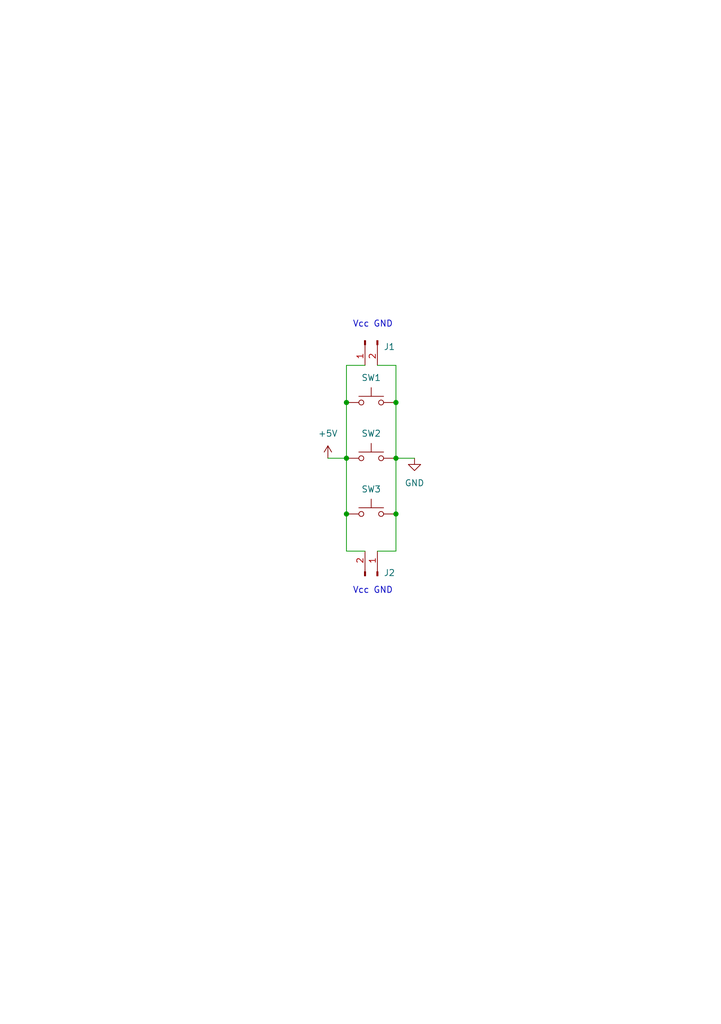
<source format=kicad_sch>
(kicad_sch (version 20211123) (generator eeschema)
  (paper "A5" portrait)
  (title_block (title "Contact sensor") (date "2022-03-08") (rev "0.1.1") (comment 1 "https://github.com/atlas144/mals") (comment 2 "SPDX-License-Identifier: CERN-OHL-S-2.0") (comment 3 "Author: Jakub Švarc (jakubsvarc@protonmail.com)"))
  (lib_symbols
    (symbol "Connector:Conn_01x02_Male" (pin_names (offset 1.016) hide)
      (property "Reference" "J" (at 0 2.54 0))
      (property "Value" "Conn_01x02_Male" (at 0 -5.08 0))
      (symbol "Conn_01x02_Male_1_1"
        (polyline (pts (xy 1.27 -2.54) (xy 0.8636 -2.54)) (stroke (width 0.1524)))
        (polyline (pts (xy 1.27 0) (xy 0.8636 0)) (stroke (width 0.1524)))
        (rectangle (start 0.8636 -2.413) (end 0 -2.667) (stroke (width 0.1524)) (fill (type outline)))
        (rectangle (start 0.8636 0.127) (end 0 -0.127) (stroke (width 0.1524)) (fill (type outline)))
        (pin passive line (at 5.08 0 180) (length 3.81) (name "Pin_1") (number "1"))
        (pin passive line (at 5.08 -2.54 180) (length 3.81) (name "Pin_2") (number "2"))
      )
    )
    (symbol "Switch:SW_Push" (pin_numbers hide) (pin_names (offset 1.016) hide)
      (property "Reference" "SW" (at 1.27 2.54 0))
      (property "Value" "SW_Push" (at 0 -1.524 0))
      (symbol "SW_Push_0_1"
        (circle (center -2.032 0) (radius 0.508))
        (polyline (pts (xy 0 1.27) (xy 0 3.048)))
        (polyline (pts (xy 2.54 1.27) (xy -2.54 1.27)))
        (circle (center 2.032 0) (radius 0.508))
        (pin passive line (at -5.08 0 0) (length 2.54) (name "1") (number "1"))
        (pin passive line (at 5.08 0 180) (length 2.54) (name "2") (number "2"))
      )
    )
    (symbol "power:+5V" (power) (pin_names (offset 0))
      (property "Value" "+5V" (at 0 3.556 0))
      (symbol "+5V_0_1"
        (polyline (pts (xy -0.762 1.27) (xy 0 2.54)))
        (polyline (pts (xy 0 0) (xy 0 2.54)))
        (polyline (pts (xy 0 2.54) (xy 0.762 1.27)))
      )
      (symbol "+5V_1_1"
        (pin power_in line (at 0 0 90) (length 0) hide (name "+5V") (number "1"))
      )
    )
    (symbol "power:GND" (power) (pin_names (offset 0))
      (property "Value" "GND" (at 0 -3.81 0))
      (symbol "GND_0_1"
        (polyline (pts (xy 0 0) (xy 0 -1.27) (xy 1.27 -1.27) (xy 0 -2.54) (xy -1.27 -1.27) (xy 0 -1.27)))
      )
      (symbol "GND_1_1"
        (pin power_in line (at 0 0 270) (length 0) hide (name "GND") (number "1"))
      )
    )
  )
  (junction (at 71.12 82.55))
  (junction (at 81.28 82.55))
  (junction (at 71.12 105.41))
  (junction (at 81.28 105.41))
  (junction (at 81.28 93.98))
  (junction (at 71.12 93.98))
  (wire (pts (xy 71.12 82.55) (xy 71.12 93.98)))
  (wire (pts (xy 67.31 93.98) (xy 71.12 93.98)))
  (wire (pts (xy 71.12 82.55) (xy 71.12 74.93)))
  (wire (pts (xy 77.47 74.93) (xy 81.28 74.93)))
  (wire (pts (xy 81.28 93.98) (xy 85.09 93.98)))
  (wire (pts (xy 77.47 113.03) (xy 81.28 113.03)))
  (wire (pts (xy 81.28 82.55) (xy 81.28 93.98)))
  (wire (pts (xy 81.28 105.41) (xy 81.28 113.03)))
  (wire (pts (xy 81.28 93.98) (xy 81.28 105.41)))
  (wire (pts (xy 71.12 93.98) (xy 71.12 105.41)))
  (wire (pts (xy 71.12 105.41) (xy 71.12 113.03)))
  (wire (pts (xy 71.12 74.93) (xy 74.93 74.93)))
  (wire (pts (xy 71.12 113.03) (xy 74.93 113.03)))
  (wire (pts (xy 81.28 74.93) (xy 81.28 82.55)))
  (text "Vcc GND" (at 72.39 67.31 0) (effects (font (size 1.27 1.27)) (justify left bottom)))
  (text "Vcc GND" (at 72.39 121.92 0) (effects (font (size 1.27 1.27)) (justify left bottom)))
  (symbol (lib_id "Switch:SW_Push") (at 76.2 105.41 0) (unit 1)
    (property "Reference" "SW3" (at 76.2 100.33 0))
    (property "Value" "SW_Push" (effects hide))
    (property "Footprint" "Button_Switch_THT:SW_PUSH_6mm_H7.3mm" (effects hide))
  )
  (symbol (lib_id "Connector:Conn_01x02_Male") (at 74.93 69.85 90) (mirror x) (unit 1)
    (property "Reference" "J1" (at 78.74 71.12 90) (effects (justify right)))
    (property "Value" "Conn_01x02_Male" (effects hide))
    (property "Footprint" "Connector_PinHeader_2.54mm:PinHeader_1x02_P2.54mm_Horizontal" (effects hide))
  )
  (symbol (lib_id "Switch:SW_Push") (at 76.2 93.98 0) (unit 1)
    (property "Reference" "SW2" (at 76.2 88.9 0))
    (property "Value" "SW_Push" (effects hide))
    (property "Footprint" "Button_Switch_THT:SW_PUSH_6mm_H7.3mm" (effects hide))
  )
  (symbol (lib_id "Connector:Conn_01x02_Male") (at 77.47 118.11 270) (mirror x) (unit 1)
    (property "Reference" "J2" (at 78.74 117.4749 90) (effects (justify left)))
    (property "Value" "Conn_01x02_Male" (effects hide))
    (property "Footprint" "Connector_PinHeader_2.54mm:PinHeader_1x02_P2.54mm_Horizontal" (effects hide))
  )
  (symbol (lib_id "power:GND") (at 85.09 93.98 0) (unit 1)
    (property "Reference" "#PWR0102" (effects hide))
    (property "Value" "GND" (at 85.09 99.06 0))
  )
  (symbol (lib_id "power:+5V") (at 67.31 93.98 0) (unit 1)
    (property "Reference" "#PWR0101" (effects hide))
    (property "Value" "+5V" (at 67.31 88.9 0))
  )
  (symbol (lib_id "Switch:SW_Push") (at 76.2 82.55 0) (unit 1)
    (property "Reference" "SW1" (at 76.2 77.47 0))
    (property "Value" "SW_Push" (effects hide))
    (property "Footprint" "Button_Switch_THT:SW_PUSH_6mm_H7.3mm" (effects hide))
  )
)
</source>
